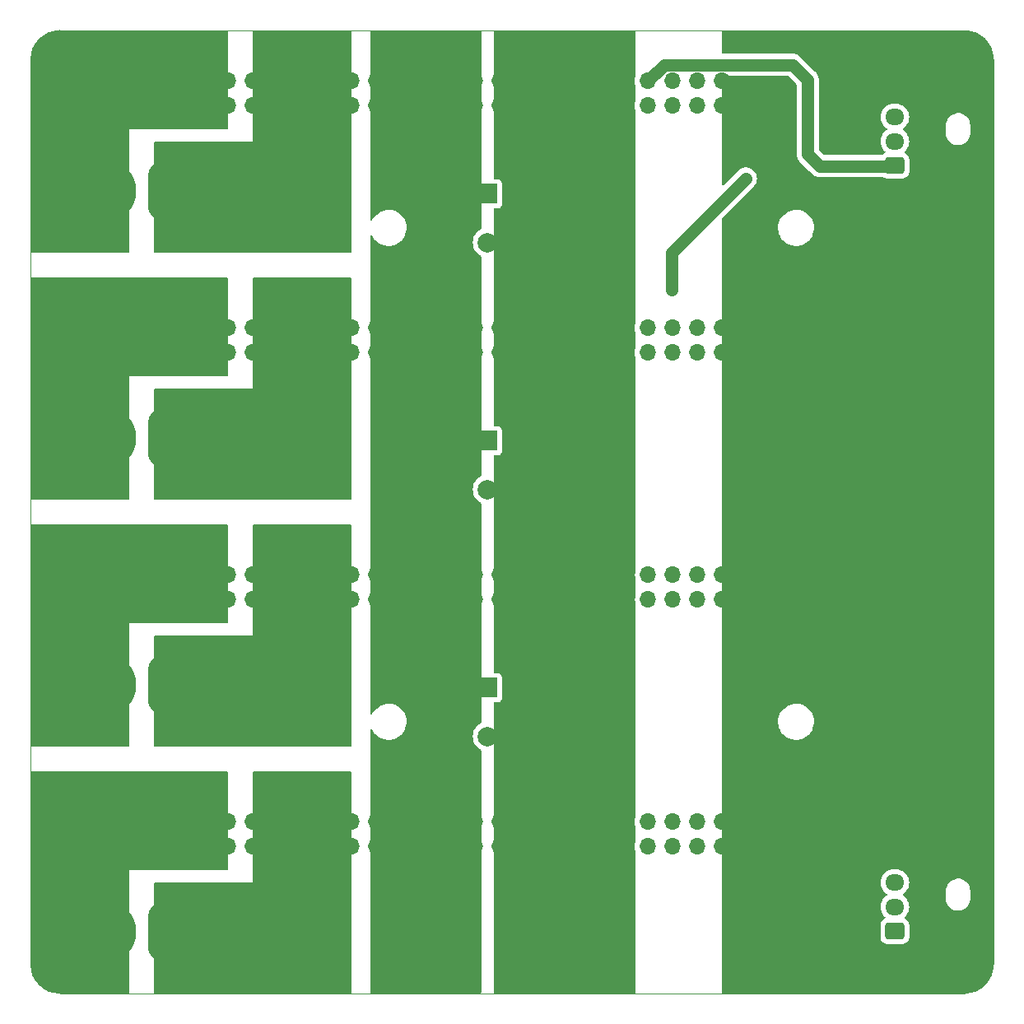
<source format=gbr>
%TF.GenerationSoftware,KiCad,Pcbnew,7.0.5*%
%TF.CreationDate,2024-03-07T10:32:17+09:00*%
%TF.ProjectId,blackMD_mother,626c6163-6b4d-4445-9f6d-6f746865722e,rev?*%
%TF.SameCoordinates,Original*%
%TF.FileFunction,Copper,L2,Bot*%
%TF.FilePolarity,Positive*%
%FSLAX46Y46*%
G04 Gerber Fmt 4.6, Leading zero omitted, Abs format (unit mm)*
G04 Created by KiCad (PCBNEW 7.0.5) date 2024-03-07 10:32:17*
%MOMM*%
%LPD*%
G01*
G04 APERTURE LIST*
G04 Aperture macros list*
%AMRoundRect*
0 Rectangle with rounded corners*
0 $1 Rounding radius*
0 $2 $3 $4 $5 $6 $7 $8 $9 X,Y pos of 4 corners*
0 Add a 4 corners polygon primitive as box body*
4,1,4,$2,$3,$4,$5,$6,$7,$8,$9,$2,$3,0*
0 Add four circle primitives for the rounded corners*
1,1,$1+$1,$2,$3*
1,1,$1+$1,$4,$5*
1,1,$1+$1,$6,$7*
1,1,$1+$1,$8,$9*
0 Add four rect primitives between the rounded corners*
20,1,$1+$1,$2,$3,$4,$5,0*
20,1,$1+$1,$4,$5,$6,$7,0*
20,1,$1+$1,$6,$7,$8,$9,0*
20,1,$1+$1,$8,$9,$2,$3,0*%
G04 Aperture macros list end*
%TA.AperFunction,ComponentPad*%
%ADD10RoundRect,0.250000X0.725000X-0.600000X0.725000X0.600000X-0.725000X0.600000X-0.725000X-0.600000X0*%
%TD*%
%TA.AperFunction,ComponentPad*%
%ADD11O,1.950000X1.700000*%
%TD*%
%TA.AperFunction,ComponentPad*%
%ADD12RoundRect,1.500000X1.500000X1.500000X-1.500000X1.500000X-1.500000X-1.500000X1.500000X-1.500000X0*%
%TD*%
%TA.AperFunction,ComponentPad*%
%ADD13C,6.000000*%
%TD*%
%TA.AperFunction,ComponentPad*%
%ADD14O,1.700000X1.700000*%
%TD*%
%TA.AperFunction,ComponentPad*%
%ADD15R,1.700000X1.700000*%
%TD*%
%TA.AperFunction,ComponentPad*%
%ADD16R,2.000000X2.000000*%
%TD*%
%TA.AperFunction,ComponentPad*%
%ADD17C,2.000000*%
%TD*%
%TA.AperFunction,ViaPad*%
%ADD18C,0.800000*%
%TD*%
%TA.AperFunction,Conductor*%
%ADD19C,1.270000*%
%TD*%
%TA.AperFunction,Profile*%
%ADD20C,0.100000*%
%TD*%
G04 APERTURE END LIST*
D10*
%TO.P,I2C2,1,Pin_1*%
%TO.N,+5V*%
X181691323Y-68520000D03*
D11*
%TO.P,I2C2,2,Pin_2*%
%TO.N,SCL*%
X181691323Y-66020000D03*
%TO.P,I2C2,3,Pin_3*%
%TO.N,SDA*%
X181691323Y-63520000D03*
%TO.P,I2C2,4,Pin_4*%
%TO.N,GND*%
X181691323Y-61020000D03*
%TD*%
D12*
%TO.P,MotorOUT3,1,Pin_1*%
%TO.N,Motor_3B*%
X107821323Y-121920000D03*
D13*
%TO.P,MotorOUT3,2,Pin_2*%
%TO.N,Motor_3A*%
X100621323Y-121920000D03*
%TD*%
D14*
%TO.P,MD3,50,Pin_50*%
%TO.N,GND*%
X163941323Y-113164677D03*
%TO.P,MD3,49,Pin_49*%
X163941323Y-110624677D03*
%TO.P,MD3,48,Pin_48*%
%TO.N,SDA*%
X161401323Y-113164677D03*
%TO.P,MD3,47,Pin_47*%
X161401323Y-110624677D03*
%TO.P,MD3,46,Pin_46*%
%TO.N,SCL*%
X158861323Y-113164677D03*
%TO.P,MD3,45,Pin_45*%
X158861323Y-110624677D03*
%TO.P,MD3,44,Pin_44*%
%TO.N,+5V*%
X156321323Y-113164677D03*
%TO.P,MD3,43,Pin_43*%
X156321323Y-110624677D03*
%TO.P,MD3,42,Pin_42*%
%TO.N,GNDPWR*%
X153781323Y-113164677D03*
%TO.P,MD3,41,Pin_41*%
X153781323Y-110624677D03*
%TO.P,MD3,40,Pin_40*%
X151241323Y-113164677D03*
%TO.P,MD3,39,Pin_39*%
X151241323Y-110624677D03*
%TO.P,MD3,38,Pin_38*%
X148701323Y-113164677D03*
%TO.P,MD3,37,Pin_37*%
X148701323Y-110624677D03*
%TO.P,MD3,36,Pin_36*%
X146161323Y-113164677D03*
%TO.P,MD3,35,Pin_35*%
X146161323Y-110624677D03*
%TO.P,MD3,34,Pin_34*%
X143621323Y-113164677D03*
%TO.P,MD3,33,Pin_33*%
X143621323Y-110624677D03*
%TO.P,MD3,32,Pin_32*%
X141081323Y-113164677D03*
%TO.P,MD3,31,Pin_31*%
X141081323Y-110624677D03*
%TO.P,MD3,30,Pin_30*%
%TO.N,+12V*%
X138541323Y-113164677D03*
%TO.P,MD3,29,Pin_29*%
X138541323Y-110624677D03*
%TO.P,MD3,28,Pin_28*%
X136001323Y-113164677D03*
%TO.P,MD3,27,Pin_27*%
X136001323Y-110624677D03*
%TO.P,MD3,26,Pin_26*%
X133461323Y-113164677D03*
%TO.P,MD3,25,Pin_25*%
X133461323Y-110624677D03*
%TO.P,MD3,24,Pin_24*%
X130921323Y-113164677D03*
%TO.P,MD3,23,Pin_23*%
X130921323Y-110624677D03*
%TO.P,MD3,22,Pin_22*%
X128381323Y-113164677D03*
%TO.P,MD3,21,Pin_21*%
X128381323Y-110624677D03*
%TO.P,MD3,20,Pin_20*%
%TO.N,Motor_3B*%
X125841323Y-113164677D03*
%TO.P,MD3,19,Pin_19*%
X125841323Y-110624677D03*
%TO.P,MD3,18,Pin_18*%
X123301323Y-113164677D03*
%TO.P,MD3,17,Pin_17*%
X123301323Y-110624677D03*
%TO.P,MD3,16,Pin_16*%
X120761323Y-113164677D03*
%TO.P,MD3,15,Pin_15*%
X120761323Y-110624677D03*
%TO.P,MD3,14,Pin_14*%
X118221323Y-113164677D03*
%TO.P,MD3,13,Pin_13*%
X118221323Y-110624677D03*
%TO.P,MD3,12,Pin_12*%
X115681323Y-113164677D03*
%TO.P,MD3,11,Pin_11*%
X115681323Y-110624677D03*
%TO.P,MD3,10,Pin_10*%
%TO.N,Motor_3A*%
X113141323Y-113164677D03*
%TO.P,MD3,9,Pin_9*%
X113141323Y-110624677D03*
%TO.P,MD3,8,Pin_8*%
X110601323Y-113164677D03*
%TO.P,MD3,7,Pin_7*%
X110601323Y-110624677D03*
%TO.P,MD3,6,Pin_6*%
X108061323Y-113164677D03*
%TO.P,MD3,5,Pin_5*%
X108061323Y-110624677D03*
%TO.P,MD3,4,Pin_4*%
X105521323Y-113164677D03*
%TO.P,MD3,3,Pin_3*%
X105521323Y-110624677D03*
%TO.P,MD3,2,Pin_2*%
X102981323Y-113164677D03*
D15*
%TO.P,MD3,1,Pin_1*%
X102981323Y-110624677D03*
%TD*%
D13*
%TO.P,MotorOUT1,2,Pin_2*%
%TO.N,Motor_1A*%
X100621323Y-71120000D03*
D12*
%TO.P,MotorOUT1,1,Pin_1*%
%TO.N,Motor_1B*%
X107821323Y-71120000D03*
%TD*%
D13*
%TO.P,J11,2,Pin_2*%
%TO.N,+12V*%
X136181323Y-148724677D03*
D12*
%TO.P,J11,1,Pin_1*%
%TO.N,GNDPWR*%
X143381323Y-148724677D03*
%TD*%
D13*
%TO.P,MotorOUT2,2,Pin_2*%
%TO.N,Motor_2A*%
X100621323Y-96520000D03*
D12*
%TO.P,MotorOUT2,1,Pin_1*%
%TO.N,Motor_2B*%
X107821323Y-96520000D03*
%TD*%
D11*
%TO.P,I2C1,4,Pin_4*%
%TO.N,GND*%
X181691323Y-139760000D03*
%TO.P,I2C1,3,Pin_3*%
%TO.N,SDA*%
X181691323Y-142260000D03*
%TO.P,I2C1,2,Pin_2*%
%TO.N,SCL*%
X181691323Y-144760000D03*
D10*
%TO.P,I2C1,1,Pin_1*%
%TO.N,+5V*%
X181691323Y-147260000D03*
%TD*%
D14*
%TO.P,MD1,50,Pin_50*%
%TO.N,GND*%
X163911323Y-62364677D03*
%TO.P,MD1,49,Pin_49*%
X163911323Y-59824677D03*
%TO.P,MD1,48,Pin_48*%
%TO.N,SDA*%
X161371323Y-62364677D03*
%TO.P,MD1,47,Pin_47*%
X161371323Y-59824677D03*
%TO.P,MD1,46,Pin_46*%
%TO.N,SCL*%
X158831323Y-62364677D03*
%TO.P,MD1,45,Pin_45*%
X158831323Y-59824677D03*
%TO.P,MD1,44,Pin_44*%
%TO.N,+5V*%
X156291323Y-62364677D03*
%TO.P,MD1,43,Pin_43*%
X156291323Y-59824677D03*
%TO.P,MD1,42,Pin_42*%
%TO.N,GNDPWR*%
X153751323Y-62364677D03*
%TO.P,MD1,41,Pin_41*%
X153751323Y-59824677D03*
%TO.P,MD1,40,Pin_40*%
X151211323Y-62364677D03*
%TO.P,MD1,39,Pin_39*%
X151211323Y-59824677D03*
%TO.P,MD1,38,Pin_38*%
X148671323Y-62364677D03*
%TO.P,MD1,37,Pin_37*%
X148671323Y-59824677D03*
%TO.P,MD1,36,Pin_36*%
X146131323Y-62364677D03*
%TO.P,MD1,35,Pin_35*%
X146131323Y-59824677D03*
%TO.P,MD1,34,Pin_34*%
X143591323Y-62364677D03*
%TO.P,MD1,33,Pin_33*%
X143591323Y-59824677D03*
%TO.P,MD1,32,Pin_32*%
X141051323Y-62364677D03*
%TO.P,MD1,31,Pin_31*%
X141051323Y-59824677D03*
%TO.P,MD1,30,Pin_30*%
%TO.N,+12V*%
X138511323Y-62364677D03*
%TO.P,MD1,29,Pin_29*%
X138511323Y-59824677D03*
%TO.P,MD1,28,Pin_28*%
X135971323Y-62364677D03*
%TO.P,MD1,27,Pin_27*%
X135971323Y-59824677D03*
%TO.P,MD1,26,Pin_26*%
X133431323Y-62364677D03*
%TO.P,MD1,25,Pin_25*%
X133431323Y-59824677D03*
%TO.P,MD1,24,Pin_24*%
X130891323Y-62364677D03*
%TO.P,MD1,23,Pin_23*%
X130891323Y-59824677D03*
%TO.P,MD1,22,Pin_22*%
X128351323Y-62364677D03*
%TO.P,MD1,21,Pin_21*%
X128351323Y-59824677D03*
%TO.P,MD1,20,Pin_20*%
%TO.N,Motor_1B*%
X125811323Y-62364677D03*
%TO.P,MD1,19,Pin_19*%
X125811323Y-59824677D03*
%TO.P,MD1,18,Pin_18*%
X123271323Y-62364677D03*
%TO.P,MD1,17,Pin_17*%
X123271323Y-59824677D03*
%TO.P,MD1,16,Pin_16*%
X120731323Y-62364677D03*
%TO.P,MD1,15,Pin_15*%
X120731323Y-59824677D03*
%TO.P,MD1,14,Pin_14*%
X118191323Y-62364677D03*
%TO.P,MD1,13,Pin_13*%
X118191323Y-59824677D03*
%TO.P,MD1,12,Pin_12*%
X115651323Y-62364677D03*
%TO.P,MD1,11,Pin_11*%
X115651323Y-59824677D03*
%TO.P,MD1,10,Pin_10*%
%TO.N,Motor_1A*%
X113111323Y-62364677D03*
%TO.P,MD1,9,Pin_9*%
X113111323Y-59824677D03*
%TO.P,MD1,8,Pin_8*%
X110571323Y-62364677D03*
%TO.P,MD1,7,Pin_7*%
X110571323Y-59824677D03*
%TO.P,MD1,6,Pin_6*%
X108031323Y-62364677D03*
%TO.P,MD1,5,Pin_5*%
X108031323Y-59824677D03*
%TO.P,MD1,4,Pin_4*%
X105491323Y-62364677D03*
%TO.P,MD1,3,Pin_3*%
X105491323Y-59824677D03*
%TO.P,MD1,2,Pin_2*%
X102951323Y-62364677D03*
D15*
%TO.P,MD1,1,Pin_1*%
X102951323Y-59824677D03*
%TD*%
D16*
%TO.P,C2,1*%
%TO.N,+12V*%
X139781323Y-96827000D03*
D17*
%TO.P,C2,2*%
%TO.N,GNDPWR*%
X139781323Y-101827000D03*
%TD*%
D16*
%TO.P,C3,1*%
%TO.N,+12V*%
X139781323Y-71427000D03*
D17*
%TO.P,C3,2*%
%TO.N,GNDPWR*%
X139781323Y-76427000D03*
%TD*%
D14*
%TO.P,MD2,50,Pin_50*%
%TO.N,GND*%
X163911323Y-87764677D03*
%TO.P,MD2,49,Pin_49*%
X163911323Y-85224677D03*
%TO.P,MD2,48,Pin_48*%
%TO.N,SDA*%
X161371323Y-87764677D03*
%TO.P,MD2,47,Pin_47*%
X161371323Y-85224677D03*
%TO.P,MD2,46,Pin_46*%
%TO.N,SCL*%
X158831323Y-87764677D03*
%TO.P,MD2,45,Pin_45*%
X158831323Y-85224677D03*
%TO.P,MD2,44,Pin_44*%
%TO.N,+5V*%
X156291323Y-87764677D03*
%TO.P,MD2,43,Pin_43*%
X156291323Y-85224677D03*
%TO.P,MD2,42,Pin_42*%
%TO.N,GNDPWR*%
X153751323Y-87764677D03*
%TO.P,MD2,41,Pin_41*%
X153751323Y-85224677D03*
%TO.P,MD2,40,Pin_40*%
X151211323Y-87764677D03*
%TO.P,MD2,39,Pin_39*%
X151211323Y-85224677D03*
%TO.P,MD2,38,Pin_38*%
X148671323Y-87764677D03*
%TO.P,MD2,37,Pin_37*%
X148671323Y-85224677D03*
%TO.P,MD2,36,Pin_36*%
X146131323Y-87764677D03*
%TO.P,MD2,35,Pin_35*%
X146131323Y-85224677D03*
%TO.P,MD2,34,Pin_34*%
X143591323Y-87764677D03*
%TO.P,MD2,33,Pin_33*%
X143591323Y-85224677D03*
%TO.P,MD2,32,Pin_32*%
X141051323Y-87764677D03*
%TO.P,MD2,31,Pin_31*%
X141051323Y-85224677D03*
%TO.P,MD2,30,Pin_30*%
%TO.N,+12V*%
X138511323Y-87764677D03*
%TO.P,MD2,29,Pin_29*%
X138511323Y-85224677D03*
%TO.P,MD2,28,Pin_28*%
X135971323Y-87764677D03*
%TO.P,MD2,27,Pin_27*%
X135971323Y-85224677D03*
%TO.P,MD2,26,Pin_26*%
X133431323Y-87764677D03*
%TO.P,MD2,25,Pin_25*%
X133431323Y-85224677D03*
%TO.P,MD2,24,Pin_24*%
X130891323Y-87764677D03*
%TO.P,MD2,23,Pin_23*%
X130891323Y-85224677D03*
%TO.P,MD2,22,Pin_22*%
X128351323Y-87764677D03*
%TO.P,MD2,21,Pin_21*%
X128351323Y-85224677D03*
%TO.P,MD2,20,Pin_20*%
%TO.N,Motor_2B*%
X125811323Y-87764677D03*
%TO.P,MD2,19,Pin_19*%
X125811323Y-85224677D03*
%TO.P,MD2,18,Pin_18*%
X123271323Y-87764677D03*
%TO.P,MD2,17,Pin_17*%
X123271323Y-85224677D03*
%TO.P,MD2,16,Pin_16*%
X120731323Y-87764677D03*
%TO.P,MD2,15,Pin_15*%
X120731323Y-85224677D03*
%TO.P,MD2,14,Pin_14*%
X118191323Y-87764677D03*
%TO.P,MD2,13,Pin_13*%
X118191323Y-85224677D03*
%TO.P,MD2,12,Pin_12*%
X115651323Y-87764677D03*
%TO.P,MD2,11,Pin_11*%
X115651323Y-85224677D03*
%TO.P,MD2,10,Pin_10*%
%TO.N,Motor_2A*%
X113111323Y-87764677D03*
%TO.P,MD2,9,Pin_9*%
X113111323Y-85224677D03*
%TO.P,MD2,8,Pin_8*%
X110571323Y-87764677D03*
%TO.P,MD2,7,Pin_7*%
X110571323Y-85224677D03*
%TO.P,MD2,6,Pin_6*%
X108031323Y-87764677D03*
%TO.P,MD2,5,Pin_5*%
X108031323Y-85224677D03*
%TO.P,MD2,4,Pin_4*%
X105491323Y-87764677D03*
%TO.P,MD2,3,Pin_3*%
X105491323Y-85224677D03*
%TO.P,MD2,2,Pin_2*%
X102951323Y-87764677D03*
D15*
%TO.P,MD2,1,Pin_1*%
X102951323Y-85224677D03*
%TD*%
D16*
%TO.P,C1,1*%
%TO.N,+12V*%
X139781323Y-122227000D03*
D17*
%TO.P,C1,2*%
%TO.N,GNDPWR*%
X139781323Y-127227000D03*
%TD*%
D12*
%TO.P,MotorOUT4,1,Pin_1*%
%TO.N,Motor_4B*%
X107821323Y-147320000D03*
D13*
%TO.P,MotorOUT4,2,Pin_2*%
%TO.N,Motor_4A*%
X100621323Y-147320000D03*
%TD*%
D14*
%TO.P,MD4,50,Pin_50*%
%TO.N,GND*%
X163911323Y-138564677D03*
%TO.P,MD4,49,Pin_49*%
X163911323Y-136024677D03*
%TO.P,MD4,48,Pin_48*%
%TO.N,SDA*%
X161371323Y-138564677D03*
%TO.P,MD4,47,Pin_47*%
X161371323Y-136024677D03*
%TO.P,MD4,46,Pin_46*%
%TO.N,SCL*%
X158831323Y-138564677D03*
%TO.P,MD4,45,Pin_45*%
X158831323Y-136024677D03*
%TO.P,MD4,44,Pin_44*%
%TO.N,+5V*%
X156291323Y-138564677D03*
%TO.P,MD4,43,Pin_43*%
X156291323Y-136024677D03*
%TO.P,MD4,42,Pin_42*%
%TO.N,GNDPWR*%
X153751323Y-138564677D03*
%TO.P,MD4,41,Pin_41*%
X153751323Y-136024677D03*
%TO.P,MD4,40,Pin_40*%
X151211323Y-138564677D03*
%TO.P,MD4,39,Pin_39*%
X151211323Y-136024677D03*
%TO.P,MD4,38,Pin_38*%
X148671323Y-138564677D03*
%TO.P,MD4,37,Pin_37*%
X148671323Y-136024677D03*
%TO.P,MD4,36,Pin_36*%
X146131323Y-138564677D03*
%TO.P,MD4,35,Pin_35*%
X146131323Y-136024677D03*
%TO.P,MD4,34,Pin_34*%
X143591323Y-138564677D03*
%TO.P,MD4,33,Pin_33*%
X143591323Y-136024677D03*
%TO.P,MD4,32,Pin_32*%
X141051323Y-138564677D03*
%TO.P,MD4,31,Pin_31*%
X141051323Y-136024677D03*
%TO.P,MD4,30,Pin_30*%
%TO.N,+12V*%
X138511323Y-138564677D03*
%TO.P,MD4,29,Pin_29*%
X138511323Y-136024677D03*
%TO.P,MD4,28,Pin_28*%
X135971323Y-138564677D03*
%TO.P,MD4,27,Pin_27*%
X135971323Y-136024677D03*
%TO.P,MD4,26,Pin_26*%
X133431323Y-138564677D03*
%TO.P,MD4,25,Pin_25*%
X133431323Y-136024677D03*
%TO.P,MD4,24,Pin_24*%
X130891323Y-138564677D03*
%TO.P,MD4,23,Pin_23*%
X130891323Y-136024677D03*
%TO.P,MD4,22,Pin_22*%
X128351323Y-138564677D03*
%TO.P,MD4,21,Pin_21*%
X128351323Y-136024677D03*
%TO.P,MD4,20,Pin_20*%
%TO.N,Motor_4B*%
X125811323Y-138564677D03*
%TO.P,MD4,19,Pin_19*%
X125811323Y-136024677D03*
%TO.P,MD4,18,Pin_18*%
X123271323Y-138564677D03*
%TO.P,MD4,17,Pin_17*%
X123271323Y-136024677D03*
%TO.P,MD4,16,Pin_16*%
X120731323Y-138564677D03*
%TO.P,MD4,15,Pin_15*%
X120731323Y-136024677D03*
%TO.P,MD4,14,Pin_14*%
X118191323Y-138564677D03*
%TO.P,MD4,13,Pin_13*%
X118191323Y-136024677D03*
%TO.P,MD4,12,Pin_12*%
X115651323Y-138564677D03*
%TO.P,MD4,11,Pin_11*%
X115651323Y-136024677D03*
%TO.P,MD4,10,Pin_10*%
%TO.N,Motor_4A*%
X113111323Y-138564677D03*
%TO.P,MD4,9,Pin_9*%
X113111323Y-136024677D03*
%TO.P,MD4,8,Pin_8*%
X110571323Y-138564677D03*
%TO.P,MD4,7,Pin_7*%
X110571323Y-136024677D03*
%TO.P,MD4,6,Pin_6*%
X108031323Y-138564677D03*
%TO.P,MD4,5,Pin_5*%
X108031323Y-136024677D03*
%TO.P,MD4,4,Pin_4*%
X105491323Y-138564677D03*
%TO.P,MD4,3,Pin_3*%
X105491323Y-136024677D03*
%TO.P,MD4,2,Pin_2*%
X102951323Y-138564677D03*
D15*
%TO.P,MD4,1,Pin_1*%
X102951323Y-136024677D03*
%TD*%
D18*
%TO.N,SCL*%
X163911323Y-72390000D03*
X158750000Y-78740000D03*
X158750000Y-81280000D03*
X158750000Y-80010000D03*
X166370000Y-69850000D03*
X165181323Y-71120000D03*
%TD*%
D19*
%TO.N,SCL*%
X158750000Y-77470000D02*
X166370000Y-69850000D01*
%TO.N,+5V*%
X171169677Y-58139677D02*
X172720000Y-59690000D01*
X157976323Y-58139677D02*
X171169677Y-58139677D01*
X173990000Y-68580000D02*
X181631323Y-68580000D01*
X181631323Y-68580000D02*
X181691323Y-68520000D01*
X172720000Y-67310000D02*
X173990000Y-68580000D01*
X156291323Y-59824677D02*
X157976323Y-58139677D01*
X172720000Y-59690000D02*
X172720000Y-67310000D01*
%TO.N,SCL*%
X158750000Y-78740000D02*
X158750000Y-80010000D01*
X158750000Y-80010000D02*
X158750000Y-81280000D01*
X158750000Y-77470000D02*
X158750000Y-78740000D01*
%TD*%
%TA.AperFunction,Conductor*%
%TO.N,Motor_1A*%
G36*
X113054362Y-54630185D02*
G01*
X113100117Y-54682989D01*
X113111323Y-54734500D01*
X113111323Y-64646000D01*
X113091638Y-64713039D01*
X113038834Y-64758794D01*
X112987323Y-64770000D01*
X102951323Y-64770000D01*
X102951323Y-77346000D01*
X102931638Y-77413039D01*
X102878834Y-77458794D01*
X102827323Y-77470000D01*
X92915823Y-77470000D01*
X92848784Y-77450315D01*
X92803029Y-77397511D01*
X92791823Y-77346000D01*
X92791823Y-57611622D01*
X92791908Y-57608377D01*
X92798819Y-57476505D01*
X92809126Y-57292985D01*
X92809790Y-57286773D01*
X92833930Y-57134357D01*
X92861545Y-56971826D01*
X92862778Y-56966183D01*
X92903754Y-56813260D01*
X92948410Y-56658257D01*
X92950086Y-56653259D01*
X93007204Y-56504462D01*
X93007719Y-56503171D01*
X93068689Y-56355979D01*
X93070706Y-56351603D01*
X93143385Y-56208963D01*
X93144343Y-56207162D01*
X93220962Y-56068531D01*
X93223208Y-56064787D01*
X93310659Y-55930124D01*
X93311998Y-55928153D01*
X93403506Y-55799185D01*
X93405801Y-55796161D01*
X93506993Y-55671199D01*
X93508846Y-55669021D01*
X93614090Y-55551255D01*
X93616390Y-55548821D01*
X93730140Y-55435072D01*
X93732574Y-55432771D01*
X93850300Y-55327566D01*
X93852541Y-55325658D01*
X93977470Y-55224494D01*
X93980538Y-55222167D01*
X94109514Y-55130655D01*
X94111436Y-55129351D01*
X94246089Y-55041907D01*
X94249837Y-55039658D01*
X94388525Y-54963009D01*
X94390328Y-54962052D01*
X94532911Y-54889403D01*
X94537305Y-54887377D01*
X94684558Y-54826384D01*
X94685769Y-54825901D01*
X94834576Y-54768780D01*
X94839558Y-54767110D01*
X94994623Y-54722437D01*
X95147508Y-54681473D01*
X95153132Y-54680243D01*
X95315648Y-54652631D01*
X95468098Y-54628487D01*
X95474305Y-54627822D01*
X95654282Y-54617703D01*
X95790144Y-54610584D01*
X95793379Y-54610500D01*
X112987323Y-54610500D01*
X113054362Y-54630185D01*
G37*
%TD.AperFunction*%
%TD*%
%TA.AperFunction,Conductor*%
%TO.N,Motor_2A*%
G36*
X113054362Y-80029685D02*
G01*
X113100117Y-80082489D01*
X113111323Y-80134000D01*
X113111323Y-90046000D01*
X113091638Y-90113039D01*
X113038834Y-90158794D01*
X112987323Y-90170000D01*
X102951323Y-90170000D01*
X102951323Y-102746000D01*
X102931638Y-102813039D01*
X102878834Y-102858794D01*
X102827323Y-102870000D01*
X92915823Y-102870000D01*
X92848784Y-102850315D01*
X92803029Y-102797511D01*
X92791823Y-102746000D01*
X92791823Y-80134000D01*
X92811508Y-80066961D01*
X92864312Y-80021206D01*
X92915823Y-80010000D01*
X112987323Y-80010000D01*
X113054362Y-80029685D01*
G37*
%TD.AperFunction*%
%TD*%
%TA.AperFunction,Conductor*%
%TO.N,Motor_1B*%
G36*
X125754362Y-54630185D02*
G01*
X125800117Y-54682989D01*
X125811323Y-54734500D01*
X125811323Y-77346000D01*
X125791638Y-77413039D01*
X125738834Y-77458794D01*
X125687323Y-77470000D01*
X105615323Y-77470000D01*
X105548284Y-77450315D01*
X105502529Y-77397511D01*
X105491323Y-77346000D01*
X105491323Y-66164000D01*
X105511008Y-66096961D01*
X105563812Y-66051206D01*
X105615323Y-66040000D01*
X115651323Y-66040000D01*
X115651323Y-54734500D01*
X115671008Y-54667461D01*
X115723812Y-54621706D01*
X115775323Y-54610500D01*
X125687323Y-54610500D01*
X125754362Y-54630185D01*
G37*
%TD.AperFunction*%
%TD*%
%TA.AperFunction,Conductor*%
%TO.N,Motor_4B*%
G36*
X125754362Y-130829685D02*
G01*
X125800117Y-130882489D01*
X125811323Y-130934000D01*
X125811323Y-153545500D01*
X125791638Y-153612539D01*
X125738834Y-153658294D01*
X125687323Y-153669500D01*
X105615323Y-153669500D01*
X105548284Y-153649815D01*
X105502529Y-153597011D01*
X105491323Y-153545500D01*
X105491323Y-142364000D01*
X105511008Y-142296961D01*
X105563812Y-142251206D01*
X105615323Y-142240000D01*
X115651322Y-142240000D01*
X115651323Y-142240000D01*
X115651323Y-130933999D01*
X115671008Y-130866961D01*
X115723812Y-130821206D01*
X115775323Y-130810000D01*
X125687323Y-130810000D01*
X125754362Y-130829685D01*
G37*
%TD.AperFunction*%
%TD*%
%TA.AperFunction,Conductor*%
%TO.N,Motor_3B*%
G36*
X125754362Y-105429685D02*
G01*
X125800117Y-105482489D01*
X125811323Y-105534000D01*
X125811323Y-128146000D01*
X125791638Y-128213039D01*
X125738834Y-128258794D01*
X125687323Y-128270000D01*
X105615323Y-128270000D01*
X105548284Y-128250315D01*
X105502529Y-128197511D01*
X105491323Y-128146000D01*
X105491323Y-116964000D01*
X105511008Y-116896961D01*
X105563812Y-116851206D01*
X105615323Y-116840000D01*
X115651322Y-116840000D01*
X115651323Y-116840000D01*
X115651323Y-105533999D01*
X115671008Y-105466961D01*
X115723812Y-105421206D01*
X115775323Y-105410000D01*
X125687323Y-105410000D01*
X125754362Y-105429685D01*
G37*
%TD.AperFunction*%
%TD*%
%TA.AperFunction,Conductor*%
%TO.N,Motor_3A*%
G36*
X113054362Y-105429685D02*
G01*
X113100117Y-105482489D01*
X113111323Y-105534000D01*
X113111323Y-115446000D01*
X113091638Y-115513039D01*
X113038834Y-115558794D01*
X112987323Y-115570000D01*
X102951323Y-115570000D01*
X102951323Y-128146000D01*
X102931638Y-128213039D01*
X102878834Y-128258794D01*
X102827323Y-128270000D01*
X92915823Y-128270000D01*
X92848784Y-128250315D01*
X92803029Y-128197511D01*
X92791823Y-128146000D01*
X92791823Y-105534000D01*
X92811508Y-105466961D01*
X92864312Y-105421206D01*
X92915823Y-105410000D01*
X112987323Y-105410000D01*
X113054362Y-105429685D01*
G37*
%TD.AperFunction*%
%TD*%
%TA.AperFunction,Conductor*%
%TO.N,GNDPWR*%
G36*
X154964362Y-54630185D02*
G01*
X155010117Y-54682989D01*
X155021323Y-54734500D01*
X155021323Y-59330121D01*
X155017098Y-59362214D01*
X154956261Y-59589263D01*
X154956259Y-59589273D01*
X154935664Y-59824676D01*
X154935664Y-59824677D01*
X154956259Y-60060080D01*
X154956260Y-60060085D01*
X155017098Y-60287140D01*
X155021323Y-60319229D01*
X155021323Y-61870121D01*
X155017098Y-61902214D01*
X154956261Y-62129263D01*
X154956259Y-62129273D01*
X154935664Y-62364676D01*
X154935664Y-62364677D01*
X154956259Y-62600080D01*
X154956260Y-62600085D01*
X155017098Y-62827140D01*
X155021323Y-62859229D01*
X155021323Y-84730121D01*
X155017098Y-84762214D01*
X154956261Y-84989263D01*
X154956259Y-84989273D01*
X154935664Y-85224676D01*
X154935664Y-85224677D01*
X154956259Y-85460080D01*
X154956260Y-85460085D01*
X155017098Y-85687140D01*
X155021323Y-85719229D01*
X155021323Y-87270121D01*
X155017098Y-87302214D01*
X154956261Y-87529263D01*
X154956259Y-87529273D01*
X154935664Y-87764676D01*
X154935664Y-87764677D01*
X154956259Y-88000080D01*
X154956260Y-88000085D01*
X155017098Y-88227140D01*
X155021323Y-88259229D01*
X155021323Y-110242085D01*
X155017098Y-110274178D01*
X154986261Y-110389263D01*
X154986259Y-110389273D01*
X154965664Y-110624676D01*
X154965664Y-110624677D01*
X154986259Y-110860080D01*
X154986261Y-110860089D01*
X155017098Y-110975174D01*
X155021323Y-111007267D01*
X155021323Y-112782085D01*
X155017098Y-112814178D01*
X154986261Y-112929263D01*
X154986259Y-112929273D01*
X154965664Y-113164676D01*
X154965664Y-113164677D01*
X154986259Y-113400080D01*
X154986261Y-113400089D01*
X155017098Y-113515174D01*
X155021323Y-113547267D01*
X155021323Y-135530121D01*
X155017098Y-135562214D01*
X154956261Y-135789263D01*
X154956259Y-135789273D01*
X154935664Y-136024676D01*
X154935664Y-136024677D01*
X154956259Y-136260080D01*
X154956260Y-136260085D01*
X155017098Y-136487140D01*
X155021323Y-136519229D01*
X155021323Y-138070121D01*
X155017098Y-138102214D01*
X154956261Y-138329263D01*
X154956259Y-138329273D01*
X154935664Y-138564676D01*
X154935664Y-138564677D01*
X154956259Y-138800080D01*
X154956260Y-138800085D01*
X155017098Y-139027140D01*
X155021323Y-139059229D01*
X155021323Y-153545500D01*
X155001638Y-153612539D01*
X154948834Y-153658294D01*
X154897323Y-153669500D01*
X140540323Y-153669500D01*
X140473284Y-153649815D01*
X140427529Y-153597011D01*
X140416323Y-153545500D01*
X140416323Y-123851499D01*
X140436008Y-123784460D01*
X140488812Y-123738705D01*
X140540322Y-123727499D01*
X140829195Y-123727499D01*
X140888806Y-123721091D01*
X141023654Y-123670796D01*
X141138869Y-123584546D01*
X141225119Y-123469331D01*
X141275414Y-123334483D01*
X141281823Y-123274873D01*
X141281822Y-121179128D01*
X141275414Y-121119517D01*
X141225119Y-120984669D01*
X141225118Y-120984668D01*
X141225116Y-120984664D01*
X141138870Y-120869455D01*
X141138867Y-120869452D01*
X141023658Y-120783206D01*
X141023651Y-120783202D01*
X140888805Y-120732908D01*
X140888806Y-120732908D01*
X140829206Y-120726501D01*
X140829204Y-120726500D01*
X140829196Y-120726500D01*
X140829188Y-120726500D01*
X140540323Y-120726500D01*
X140473284Y-120706815D01*
X140427529Y-120654011D01*
X140416323Y-120602500D01*
X140416323Y-98451499D01*
X140436008Y-98384460D01*
X140488812Y-98338705D01*
X140540322Y-98327499D01*
X140829195Y-98327499D01*
X140888806Y-98321091D01*
X141023654Y-98270796D01*
X141138869Y-98184546D01*
X141225119Y-98069331D01*
X141275414Y-97934483D01*
X141281823Y-97874873D01*
X141281822Y-95779128D01*
X141275414Y-95719517D01*
X141225119Y-95584669D01*
X141225118Y-95584668D01*
X141225116Y-95584664D01*
X141138870Y-95469455D01*
X141138867Y-95469452D01*
X141023658Y-95383206D01*
X141023651Y-95383202D01*
X140888805Y-95332908D01*
X140888806Y-95332908D01*
X140829206Y-95326501D01*
X140829204Y-95326500D01*
X140829196Y-95326500D01*
X140829188Y-95326500D01*
X140540323Y-95326500D01*
X140473284Y-95306815D01*
X140427529Y-95254011D01*
X140416323Y-95202500D01*
X140416323Y-73051499D01*
X140436008Y-72984460D01*
X140488812Y-72938705D01*
X140540322Y-72927499D01*
X140829195Y-72927499D01*
X140888806Y-72921091D01*
X141023654Y-72870796D01*
X141138869Y-72784546D01*
X141225119Y-72669331D01*
X141275414Y-72534483D01*
X141281823Y-72474873D01*
X141281822Y-70379128D01*
X141275414Y-70319517D01*
X141225119Y-70184669D01*
X141225118Y-70184668D01*
X141225116Y-70184664D01*
X141138870Y-70069455D01*
X141138867Y-70069452D01*
X141023658Y-69983206D01*
X141023651Y-69983202D01*
X140888805Y-69932908D01*
X140888806Y-69932908D01*
X140829206Y-69926501D01*
X140829204Y-69926500D01*
X140829196Y-69926500D01*
X140829188Y-69926500D01*
X140540323Y-69926500D01*
X140473284Y-69906815D01*
X140427529Y-69854011D01*
X140416323Y-69802500D01*
X140416323Y-54734500D01*
X140436008Y-54667461D01*
X140488812Y-54621706D01*
X140540323Y-54610500D01*
X154897323Y-54610500D01*
X154964362Y-54630185D01*
G37*
%TD.AperFunction*%
%TD*%
%TA.AperFunction,Conductor*%
%TO.N,Motor_2B*%
G36*
X125754362Y-80029685D02*
G01*
X125800117Y-80082489D01*
X125811323Y-80134000D01*
X125811323Y-102746000D01*
X125791638Y-102813039D01*
X125738834Y-102858794D01*
X125687323Y-102870000D01*
X105615323Y-102870000D01*
X105548284Y-102850315D01*
X105502529Y-102797511D01*
X105491323Y-102746000D01*
X105491323Y-91564000D01*
X105511008Y-91496961D01*
X105563812Y-91451206D01*
X105615323Y-91440000D01*
X115651322Y-91440000D01*
X115651323Y-91440000D01*
X115651323Y-80133999D01*
X115671008Y-80066961D01*
X115723812Y-80021206D01*
X115775323Y-80010000D01*
X125687323Y-80010000D01*
X125754362Y-80029685D01*
G37*
%TD.AperFunction*%
%TD*%
%TA.AperFunction,Conductor*%
%TO.N,+12V*%
G36*
X139089362Y-54630185D02*
G01*
X139135117Y-54682989D01*
X139146323Y-54734500D01*
X139146323Y-74990621D01*
X139126638Y-75057660D01*
X139081341Y-75099675D01*
X138957823Y-75166519D01*
X138957817Y-75166523D01*
X138761580Y-75319261D01*
X138593156Y-75502217D01*
X138457149Y-75710393D01*
X138357259Y-75938118D01*
X138296215Y-76179175D01*
X138296213Y-76179187D01*
X138275680Y-76426994D01*
X138275680Y-76427005D01*
X138296213Y-76674812D01*
X138296215Y-76674824D01*
X138357259Y-76915881D01*
X138457149Y-77143606D01*
X138593156Y-77351782D01*
X138593159Y-77351785D01*
X138761579Y-77534738D01*
X138884087Y-77630090D01*
X138957811Y-77687472D01*
X138957815Y-77687475D01*
X138998348Y-77709410D01*
X139081342Y-77754324D01*
X139130931Y-77803541D01*
X139146323Y-77863377D01*
X139146323Y-100390621D01*
X139126638Y-100457660D01*
X139081341Y-100499675D01*
X138957823Y-100566519D01*
X138957817Y-100566523D01*
X138761580Y-100719261D01*
X138593156Y-100902217D01*
X138457149Y-101110393D01*
X138357259Y-101338118D01*
X138296215Y-101579175D01*
X138296213Y-101579187D01*
X138275680Y-101826994D01*
X138275680Y-101827005D01*
X138296213Y-102074812D01*
X138296215Y-102074824D01*
X138357259Y-102315881D01*
X138457149Y-102543606D01*
X138593156Y-102751782D01*
X138593159Y-102751785D01*
X138761579Y-102934738D01*
X138884087Y-103030090D01*
X138957811Y-103087472D01*
X138957815Y-103087475D01*
X138998348Y-103109410D01*
X139081342Y-103154324D01*
X139130931Y-103203541D01*
X139146323Y-103263377D01*
X139146323Y-125790621D01*
X139126638Y-125857660D01*
X139081341Y-125899675D01*
X138957823Y-125966519D01*
X138957817Y-125966523D01*
X138761580Y-126119261D01*
X138593156Y-126302217D01*
X138457149Y-126510393D01*
X138357259Y-126738118D01*
X138296215Y-126979175D01*
X138296213Y-126979187D01*
X138275680Y-127226994D01*
X138275680Y-127227005D01*
X138296213Y-127474812D01*
X138296215Y-127474824D01*
X138357259Y-127715881D01*
X138457149Y-127943606D01*
X138593156Y-128151782D01*
X138593159Y-128151785D01*
X138761579Y-128334738D01*
X138884087Y-128430090D01*
X138957811Y-128487472D01*
X138957815Y-128487475D01*
X138998348Y-128509410D01*
X139081342Y-128554324D01*
X139130931Y-128603541D01*
X139146323Y-128663377D01*
X139146323Y-153545500D01*
X139126638Y-153612539D01*
X139073834Y-153658294D01*
X139022323Y-153669500D01*
X127840323Y-153669500D01*
X127773284Y-153649815D01*
X127727529Y-153597011D01*
X127716323Y-153545500D01*
X127716323Y-126587472D01*
X127736007Y-126520437D01*
X127788811Y-126474682D01*
X127857969Y-126464738D01*
X127921525Y-126493763D01*
X127954444Y-126538978D01*
X127971189Y-126578382D01*
X127971191Y-126578386D01*
X127971193Y-126578390D01*
X127976736Y-126587472D01*
X128112302Y-126809605D01*
X128112309Y-126809615D01*
X128285576Y-127017819D01*
X128285582Y-127017824D01*
X128487321Y-127198582D01*
X128713233Y-127348044D01*
X128958499Y-127463020D01*
X128958506Y-127463022D01*
X128958508Y-127463023D01*
X129217880Y-127541057D01*
X129217887Y-127541058D01*
X129217892Y-127541060D01*
X129485884Y-127580500D01*
X129485889Y-127580500D01*
X129688952Y-127580500D01*
X129688954Y-127580500D01*
X129688959Y-127580499D01*
X129688971Y-127580499D01*
X129726514Y-127577750D01*
X129891479Y-127565677D01*
X130004081Y-127540593D01*
X130155869Y-127506782D01*
X130155871Y-127506781D01*
X130155876Y-127506780D01*
X130408881Y-127410014D01*
X130645100Y-127277441D01*
X130859500Y-127111888D01*
X131047509Y-126916881D01*
X131205122Y-126696579D01*
X131319207Y-126474682D01*
X131328972Y-126455690D01*
X131328974Y-126455684D01*
X131328979Y-126455675D01*
X131416441Y-126199305D01*
X131465642Y-125932933D01*
X131475535Y-125662235D01*
X131445909Y-125392982D01*
X131377395Y-125130912D01*
X131271453Y-124881610D01*
X131130341Y-124650390D01*
X131041070Y-124543119D01*
X130957069Y-124442180D01*
X130957063Y-124442175D01*
X130755325Y-124261418D01*
X130529415Y-124111957D01*
X130529413Y-124111956D01*
X130284147Y-123996980D01*
X130284142Y-123996978D01*
X130284137Y-123996976D01*
X130024765Y-123918942D01*
X130024751Y-123918939D01*
X129909114Y-123901921D01*
X129756762Y-123879500D01*
X129553692Y-123879500D01*
X129553674Y-123879500D01*
X129351167Y-123894323D01*
X129351154Y-123894325D01*
X129086776Y-123953217D01*
X129086769Y-123953220D01*
X128833762Y-124049987D01*
X128597549Y-124182557D01*
X128383145Y-124348112D01*
X128195145Y-124543109D01*
X128195139Y-124543116D01*
X128037525Y-124763419D01*
X128037522Y-124763424D01*
X127950601Y-124932486D01*
X127902441Y-124983107D01*
X127834560Y-124999654D01*
X127768507Y-124976875D01*
X127725256Y-124922001D01*
X127716323Y-124875788D01*
X127716323Y-100390621D01*
X127716323Y-75787472D01*
X127736007Y-75720437D01*
X127788811Y-75674682D01*
X127857969Y-75664738D01*
X127921525Y-75693763D01*
X127954444Y-75738978D01*
X127971189Y-75778382D01*
X127971191Y-75778386D01*
X127971193Y-75778390D01*
X127976736Y-75787472D01*
X128112302Y-76009605D01*
X128112309Y-76009615D01*
X128285576Y-76217819D01*
X128285582Y-76217824D01*
X128487321Y-76398582D01*
X128713233Y-76548044D01*
X128958499Y-76663020D01*
X128958506Y-76663022D01*
X128958508Y-76663023D01*
X129217880Y-76741057D01*
X129217887Y-76741058D01*
X129217892Y-76741060D01*
X129485884Y-76780500D01*
X129485889Y-76780500D01*
X129688952Y-76780500D01*
X129688954Y-76780500D01*
X129688959Y-76780499D01*
X129688971Y-76780499D01*
X129726514Y-76777750D01*
X129891479Y-76765677D01*
X130004081Y-76740593D01*
X130155869Y-76706782D01*
X130155871Y-76706781D01*
X130155876Y-76706780D01*
X130408881Y-76610014D01*
X130645100Y-76477441D01*
X130859500Y-76311888D01*
X131047509Y-76116881D01*
X131205122Y-75896579D01*
X131319207Y-75674682D01*
X131328972Y-75655690D01*
X131328974Y-75655684D01*
X131328979Y-75655675D01*
X131416441Y-75399305D01*
X131465642Y-75132933D01*
X131475535Y-74862235D01*
X131445909Y-74592982D01*
X131377395Y-74330912D01*
X131271453Y-74081610D01*
X131130341Y-73850390D01*
X131041070Y-73743119D01*
X130957069Y-73642180D01*
X130957063Y-73642175D01*
X130755325Y-73461418D01*
X130529415Y-73311957D01*
X130529413Y-73311956D01*
X130284147Y-73196980D01*
X130284142Y-73196978D01*
X130284137Y-73196976D01*
X130024765Y-73118942D01*
X130024751Y-73118939D01*
X129909114Y-73101921D01*
X129756762Y-73079500D01*
X129553692Y-73079500D01*
X129553674Y-73079500D01*
X129351167Y-73094323D01*
X129351154Y-73094325D01*
X129086776Y-73153217D01*
X129086769Y-73153220D01*
X128833762Y-73249987D01*
X128597549Y-73382557D01*
X128383145Y-73548112D01*
X128195145Y-73743109D01*
X128195139Y-73743116D01*
X128037525Y-73963419D01*
X128037522Y-73963424D01*
X127950601Y-74132486D01*
X127902441Y-74183107D01*
X127834560Y-74199654D01*
X127768507Y-74176875D01*
X127725256Y-74122001D01*
X127716323Y-74075788D01*
X127716323Y-54734500D01*
X127736008Y-54667461D01*
X127788812Y-54621706D01*
X127840323Y-54610500D01*
X139022323Y-54610500D01*
X139089362Y-54630185D01*
G37*
%TD.AperFunction*%
%TD*%
%TA.AperFunction,Conductor*%
%TO.N,GND*%
G36*
X188852943Y-54610584D02*
G01*
X188984651Y-54617488D01*
X189168356Y-54627806D01*
X189174539Y-54628468D01*
X189326875Y-54652596D01*
X189340599Y-54654928D01*
X189489523Y-54680232D01*
X189495118Y-54681454D01*
X189648047Y-54722432D01*
X189803037Y-54767086D01*
X189808080Y-54768776D01*
X189956750Y-54825846D01*
X189958232Y-54826438D01*
X190105329Y-54887369D01*
X190109744Y-54889404D01*
X190252302Y-54962042D01*
X190254143Y-54963020D01*
X190392788Y-55039647D01*
X190396553Y-55041906D01*
X190531142Y-55129310D01*
X190533189Y-55130700D01*
X190648527Y-55212538D01*
X190662060Y-55222140D01*
X190665200Y-55224522D01*
X190790065Y-55325636D01*
X190792343Y-55327574D01*
X190910021Y-55432739D01*
X190912536Y-55435115D01*
X191026191Y-55548772D01*
X191028581Y-55551299D01*
X191133725Y-55668956D01*
X191135679Y-55671253D01*
X191236791Y-55796118D01*
X191239173Y-55799259D01*
X191330593Y-55928103D01*
X191332026Y-55930213D01*
X191419397Y-56064754D01*
X191421664Y-56068532D01*
X191498291Y-56207178D01*
X191499269Y-56209022D01*
X191571906Y-56351580D01*
X191573945Y-56356003D01*
X191634864Y-56503073D01*
X191635465Y-56504581D01*
X191692526Y-56653232D01*
X191694221Y-56658289D01*
X191738876Y-56813288D01*
X191779840Y-56966171D01*
X191781077Y-56971835D01*
X191808706Y-57134440D01*
X191832832Y-57286769D01*
X191833498Y-57292991D01*
X191843598Y-57472627D01*
X191843510Y-57472631D01*
X191843625Y-57473098D01*
X191850738Y-57608818D01*
X191850823Y-57612064D01*
X191850823Y-150668376D01*
X191850738Y-150671622D01*
X191843834Y-150803346D01*
X191833519Y-150987014D01*
X191832853Y-150993240D01*
X191808720Y-151145613D01*
X191781101Y-151308166D01*
X191779864Y-151313831D01*
X191738907Y-151466686D01*
X191694239Y-151621728D01*
X191692544Y-151626785D01*
X191635486Y-151775425D01*
X191634885Y-151776932D01*
X191573969Y-151923998D01*
X191571930Y-151928421D01*
X191499282Y-152071001D01*
X191498304Y-152072843D01*
X191421686Y-152211475D01*
X191419419Y-152215254D01*
X191332043Y-152349799D01*
X191330611Y-152351909D01*
X191239184Y-152480763D01*
X191236802Y-152483904D01*
X191135710Y-152608745D01*
X191133756Y-152611041D01*
X191028587Y-152728726D01*
X191026198Y-152731253D01*
X190912565Y-152844887D01*
X190910037Y-152847277D01*
X190792370Y-152952433D01*
X190790074Y-152954386D01*
X190665225Y-153055487D01*
X190662084Y-153057870D01*
X190533222Y-153149302D01*
X190531112Y-153150735D01*
X190396571Y-153238108D01*
X190392793Y-153240375D01*
X190254167Y-153316991D01*
X190252324Y-153317970D01*
X190109746Y-153390618D01*
X190105323Y-153392657D01*
X189958260Y-153453574D01*
X189956752Y-153454176D01*
X189808097Y-153511240D01*
X189803040Y-153512935D01*
X189648051Y-153557588D01*
X189495146Y-153598560D01*
X189489481Y-153599797D01*
X189326912Y-153627419D01*
X189174577Y-153651548D01*
X189168346Y-153652215D01*
X188981077Y-153662720D01*
X188853368Y-153669415D01*
X188850122Y-153669500D01*
X164035323Y-153669500D01*
X163968284Y-153649815D01*
X163922529Y-153597011D01*
X163911323Y-153545500D01*
X163911323Y-144760000D01*
X180210664Y-144760000D01*
X180231259Y-144995403D01*
X180231261Y-144995413D01*
X180292417Y-145223655D01*
X180292419Y-145223659D01*
X180292420Y-145223663D01*
X180342353Y-145330746D01*
X180392287Y-145437828D01*
X180392288Y-145437830D01*
X180527828Y-145631402D01*
X180675027Y-145778601D01*
X180708512Y-145839924D01*
X180703528Y-145909616D01*
X180661656Y-145965549D01*
X180652443Y-145971820D01*
X180497670Y-146067285D01*
X180497666Y-146067288D01*
X180373612Y-146191342D01*
X180281510Y-146340663D01*
X180281508Y-146340666D01*
X180281509Y-146340666D01*
X180226324Y-146507203D01*
X180226324Y-146507204D01*
X180226323Y-146507204D01*
X180215823Y-146609983D01*
X180215823Y-147910001D01*
X180215824Y-147910018D01*
X180226323Y-148012796D01*
X180226324Y-148012799D01*
X180281508Y-148179331D01*
X180281509Y-148179334D01*
X180373611Y-148328656D01*
X180497667Y-148452712D01*
X180646989Y-148544814D01*
X180813526Y-148599999D01*
X180916314Y-148610500D01*
X182466331Y-148610499D01*
X182569120Y-148599999D01*
X182735657Y-148544814D01*
X182884979Y-148452712D01*
X183009035Y-148328656D01*
X183101137Y-148179334D01*
X183156322Y-148012797D01*
X183166823Y-147910009D01*
X183166822Y-146609992D01*
X183156322Y-146507203D01*
X183101137Y-146340666D01*
X183009035Y-146191344D01*
X182884979Y-146067288D01*
X182803981Y-146017328D01*
X182730202Y-145971821D01*
X182683478Y-145919873D01*
X182672255Y-145850910D01*
X182700099Y-145786828D01*
X182707618Y-145778601D01*
X182707617Y-145778601D01*
X182854818Y-145631401D01*
X182990358Y-145437830D01*
X183090226Y-145223663D01*
X183151386Y-144995408D01*
X183171982Y-144760000D01*
X183151386Y-144524592D01*
X183090226Y-144296337D01*
X182990358Y-144082171D01*
X182990357Y-144082169D01*
X182909118Y-143966147D01*
X186940822Y-143966147D01*
X186940823Y-143966151D01*
X186955945Y-144134186D01*
X186955946Y-144134192D01*
X187015826Y-144351160D01*
X187015831Y-144351173D01*
X187113490Y-144553966D01*
X187113494Y-144553974D01*
X187245796Y-144736072D01*
X187245797Y-144736074D01*
X187245800Y-144736077D01*
X187245801Y-144736078D01*
X187330970Y-144817508D01*
X187408499Y-144891633D01*
X187596356Y-145015636D01*
X187803327Y-145104100D01*
X187803330Y-145104101D01*
X187803335Y-145104103D01*
X188022786Y-145154191D01*
X188247653Y-145164290D01*
X188470710Y-145134075D01*
X188684787Y-145064517D01*
X188883004Y-144957852D01*
X189058989Y-144817508D01*
X189207088Y-144647996D01*
X189322538Y-144454764D01*
X189401630Y-144244024D01*
X189441823Y-144022547D01*
X189441823Y-143053845D01*
X189426700Y-142885812D01*
X189396387Y-142775976D01*
X189366819Y-142668839D01*
X189366814Y-142668826D01*
X189269155Y-142466033D01*
X189269151Y-142466025D01*
X189136849Y-142283927D01*
X189136848Y-142283925D01*
X189111824Y-142260000D01*
X188974148Y-142128368D01*
X188974146Y-142128366D01*
X188786289Y-142004363D01*
X188579318Y-141915899D01*
X188579305Y-141915895D01*
X188359865Y-141865810D01*
X188359861Y-141865809D01*
X188359860Y-141865809D01*
X188359859Y-141865808D01*
X188359854Y-141865808D01*
X188134997Y-141855710D01*
X188134996Y-141855710D01*
X188134993Y-141855710D01*
X187911936Y-141885925D01*
X187911933Y-141885925D01*
X187911932Y-141885926D01*
X187697857Y-141955483D01*
X187499644Y-142062146D01*
X187499641Y-142062148D01*
X187323659Y-142202489D01*
X187175559Y-142372003D01*
X187060110Y-142565232D01*
X187060109Y-142565234D01*
X186981015Y-142775976D01*
X186940823Y-142997450D01*
X186940822Y-143966147D01*
X182909118Y-143966147D01*
X182854817Y-143888597D01*
X182687728Y-143721508D01*
X182530726Y-143611574D01*
X182487102Y-143556997D01*
X182479909Y-143487498D01*
X182511431Y-143425144D01*
X182530720Y-143408429D01*
X182687724Y-143298495D01*
X182854818Y-143131401D01*
X182990358Y-142937830D01*
X183090226Y-142723663D01*
X183151386Y-142495408D01*
X183171982Y-142260000D01*
X183151386Y-142024592D01*
X183090226Y-141796337D01*
X182990358Y-141582171D01*
X182990357Y-141582169D01*
X182854817Y-141388597D01*
X182687725Y-141221505D01*
X182494153Y-141085965D01*
X182494151Y-141085964D01*
X182387068Y-141036030D01*
X182279986Y-140986097D01*
X182279982Y-140986096D01*
X182279978Y-140986094D01*
X182051736Y-140924938D01*
X182051726Y-140924936D01*
X181875290Y-140909500D01*
X181875289Y-140909500D01*
X181507357Y-140909500D01*
X181507356Y-140909500D01*
X181330919Y-140924936D01*
X181330909Y-140924938D01*
X181102667Y-140986094D01*
X181102658Y-140986098D01*
X180888494Y-141085964D01*
X180888492Y-141085965D01*
X180694920Y-141221505D01*
X180527829Y-141388597D01*
X180527824Y-141388604D01*
X180392290Y-141582165D01*
X180392288Y-141582169D01*
X180292421Y-141796335D01*
X180292417Y-141796344D01*
X180231261Y-142024586D01*
X180231259Y-142024596D01*
X180210664Y-142259999D01*
X180210664Y-142260000D01*
X180231259Y-142495403D01*
X180231261Y-142495413D01*
X180292417Y-142723655D01*
X180292419Y-142723659D01*
X180292420Y-142723663D01*
X180316814Y-142775976D01*
X180392287Y-142937828D01*
X180392288Y-142937830D01*
X180527828Y-143131402D01*
X180694920Y-143298494D01*
X180851918Y-143408425D01*
X180895543Y-143463002D01*
X180902737Y-143532500D01*
X180871214Y-143594855D01*
X180851918Y-143611575D01*
X180694920Y-143721505D01*
X180527829Y-143888597D01*
X180527824Y-143888604D01*
X180392290Y-144082165D01*
X180392288Y-144082169D01*
X180292421Y-144296335D01*
X180292417Y-144296344D01*
X180231261Y-144524586D01*
X180231259Y-144524596D01*
X180210664Y-144759999D01*
X180210664Y-144760000D01*
X163911323Y-144760000D01*
X163911323Y-125797763D01*
X169677110Y-125797763D01*
X169706736Y-126067013D01*
X169706738Y-126067024D01*
X169775249Y-126329082D01*
X169775251Y-126329088D01*
X169881193Y-126578390D01*
X169953321Y-126696575D01*
X170022302Y-126809605D01*
X170022309Y-126809615D01*
X170195576Y-127017819D01*
X170195582Y-127017824D01*
X170397321Y-127198582D01*
X170623233Y-127348044D01*
X170868499Y-127463020D01*
X170868506Y-127463022D01*
X170868508Y-127463023D01*
X171127880Y-127541057D01*
X171127887Y-127541058D01*
X171127892Y-127541060D01*
X171395884Y-127580500D01*
X171395889Y-127580500D01*
X171598952Y-127580500D01*
X171598954Y-127580500D01*
X171598959Y-127580499D01*
X171598971Y-127580499D01*
X171636514Y-127577750D01*
X171801479Y-127565677D01*
X171914081Y-127540593D01*
X172065869Y-127506782D01*
X172065871Y-127506781D01*
X172065876Y-127506780D01*
X172318881Y-127410014D01*
X172555100Y-127277441D01*
X172769500Y-127111888D01*
X172957509Y-126916881D01*
X173115122Y-126696579D01*
X173189110Y-126552669D01*
X173238972Y-126455690D01*
X173238974Y-126455684D01*
X173238979Y-126455675D01*
X173326441Y-126199305D01*
X173375642Y-125932933D01*
X173385535Y-125662235D01*
X173355909Y-125392982D01*
X173287395Y-125130912D01*
X173181453Y-124881610D01*
X173040341Y-124650390D01*
X172951070Y-124543119D01*
X172867069Y-124442180D01*
X172867063Y-124442175D01*
X172665325Y-124261418D01*
X172439415Y-124111957D01*
X172439413Y-124111956D01*
X172194147Y-123996980D01*
X172194142Y-123996978D01*
X172194137Y-123996976D01*
X171934765Y-123918942D01*
X171934751Y-123918939D01*
X171819114Y-123901921D01*
X171666762Y-123879500D01*
X171463692Y-123879500D01*
X171463674Y-123879500D01*
X171261167Y-123894323D01*
X171261154Y-123894325D01*
X170996776Y-123953217D01*
X170996769Y-123953220D01*
X170743762Y-124049987D01*
X170507549Y-124182557D01*
X170293145Y-124348112D01*
X170105145Y-124543109D01*
X170105139Y-124543116D01*
X169947525Y-124763419D01*
X169947522Y-124763424D01*
X169823673Y-125004309D01*
X169823666Y-125004327D01*
X169736207Y-125260685D01*
X169736204Y-125260699D01*
X169687004Y-125527068D01*
X169687003Y-125527075D01*
X169677110Y-125797763D01*
X163911323Y-125797763D01*
X163911323Y-74997763D01*
X169677110Y-74997763D01*
X169706736Y-75267013D01*
X169706738Y-75267024D01*
X169775249Y-75529082D01*
X169775251Y-75529088D01*
X169881193Y-75778390D01*
X169953321Y-75896575D01*
X170022302Y-76009605D01*
X170022309Y-76009615D01*
X170195576Y-76217819D01*
X170195582Y-76217824D01*
X170397321Y-76398582D01*
X170623233Y-76548044D01*
X170868499Y-76663020D01*
X170868506Y-76663022D01*
X170868508Y-76663023D01*
X171127880Y-76741057D01*
X171127887Y-76741058D01*
X171127892Y-76741060D01*
X171395884Y-76780500D01*
X171395889Y-76780500D01*
X171598952Y-76780500D01*
X171598954Y-76780500D01*
X171598959Y-76780499D01*
X171598971Y-76780499D01*
X171636514Y-76777750D01*
X171801479Y-76765677D01*
X171914081Y-76740593D01*
X172065869Y-76706782D01*
X172065871Y-76706781D01*
X172065876Y-76706780D01*
X172318881Y-76610014D01*
X172555100Y-76477441D01*
X172769500Y-76311888D01*
X172957509Y-76116881D01*
X173115122Y-75896579D01*
X173189110Y-75752669D01*
X173238972Y-75655690D01*
X173238974Y-75655684D01*
X173238979Y-75655675D01*
X173326441Y-75399305D01*
X173375642Y-75132933D01*
X173385535Y-74862235D01*
X173355909Y-74592982D01*
X173287395Y-74330912D01*
X173181453Y-74081610D01*
X173040341Y-73850390D01*
X172951070Y-73743119D01*
X172867069Y-73642180D01*
X172867063Y-73642175D01*
X172665325Y-73461418D01*
X172439415Y-73311957D01*
X172439413Y-73311956D01*
X172194147Y-73196980D01*
X172194142Y-73196978D01*
X172194137Y-73196976D01*
X171934765Y-73118942D01*
X171934751Y-73118939D01*
X171819114Y-73101921D01*
X171666762Y-73079500D01*
X171463692Y-73079500D01*
X171463674Y-73079500D01*
X171261167Y-73094323D01*
X171261154Y-73094325D01*
X170996776Y-73153217D01*
X170996769Y-73153220D01*
X170743762Y-73249987D01*
X170507549Y-73382557D01*
X170293145Y-73548112D01*
X170105145Y-73743109D01*
X170105139Y-73743116D01*
X169947525Y-73963419D01*
X169947522Y-73963424D01*
X169823673Y-74204309D01*
X169823666Y-74204327D01*
X169736207Y-74460685D01*
X169736204Y-74460699D01*
X169687004Y-74727068D01*
X169687003Y-74727075D01*
X169677110Y-74997763D01*
X163911323Y-74997763D01*
X163911323Y-73965878D01*
X163931008Y-73898839D01*
X163947639Y-73878199D01*
X167211168Y-70614672D01*
X167314641Y-70489352D01*
X167418568Y-70299024D01*
X167484597Y-70092466D01*
X167510342Y-69877145D01*
X167494872Y-69660844D01*
X167438745Y-69451379D01*
X167343992Y-69256321D01*
X167214036Y-69082720D01*
X167053575Y-68936850D01*
X167053572Y-68936848D01*
X167053571Y-68936847D01*
X166868411Y-68823986D01*
X166868403Y-68823983D01*
X166665227Y-68748203D01*
X166665218Y-68748201D01*
X166451383Y-68712242D01*
X166451376Y-68712241D01*
X166451374Y-68712241D01*
X166234580Y-68717403D01*
X166234581Y-68717403D01*
X166234572Y-68717404D01*
X166022685Y-68763496D01*
X166022679Y-68763498D01*
X165823339Y-68848861D01*
X165643755Y-68970405D01*
X165643746Y-68970413D01*
X164123004Y-70491155D01*
X164061681Y-70524640D01*
X163991989Y-70519656D01*
X163936056Y-70477784D01*
X163911639Y-70412320D01*
X163911323Y-70403474D01*
X163911323Y-59399177D01*
X163931008Y-59332138D01*
X163983812Y-59286383D01*
X164035323Y-59275177D01*
X170647976Y-59275177D01*
X170715015Y-59294862D01*
X170735657Y-59311496D01*
X171548182Y-60124021D01*
X171581666Y-60185342D01*
X171584500Y-60211700D01*
X171584500Y-67204838D01*
X171582783Y-67225403D01*
X171582241Y-67228621D01*
X171582241Y-67228625D01*
X171584482Y-67322784D01*
X171584500Y-67324259D01*
X171584500Y-67364091D01*
X171585006Y-67369394D01*
X171585575Y-67375361D01*
X171585838Y-67379774D01*
X171587402Y-67445420D01*
X171595285Y-67481662D01*
X171596422Y-67488951D01*
X171599946Y-67525865D01*
X171599947Y-67525867D01*
X171618445Y-67588869D01*
X171619539Y-67593156D01*
X171627799Y-67631123D01*
X171633498Y-67657317D01*
X171633499Y-67657319D01*
X171648096Y-67691408D01*
X171650592Y-67698352D01*
X171661042Y-67733939D01*
X171661043Y-67733942D01*
X171691128Y-67792298D01*
X171693015Y-67796303D01*
X171718860Y-67856658D01*
X171718863Y-67856663D01*
X171739650Y-67887376D01*
X171743415Y-67893722D01*
X171760412Y-67926690D01*
X171800992Y-67978292D01*
X171803603Y-67981867D01*
X171839152Y-68034390D01*
X171840411Y-68036250D01*
X171840414Y-68036253D01*
X171866630Y-68062469D01*
X171871529Y-68067988D01*
X171894463Y-68097150D01*
X171944091Y-68140153D01*
X171947316Y-68143155D01*
X172886879Y-69082719D01*
X173112720Y-69308560D01*
X173126044Y-69324311D01*
X173127943Y-69326977D01*
X173168616Y-69365759D01*
X173196100Y-69391965D01*
X173197116Y-69392956D01*
X173225327Y-69421167D01*
X173225337Y-69421176D01*
X173229323Y-69424467D01*
X173234069Y-69428385D01*
X173237373Y-69431318D01*
X173284889Y-69476624D01*
X173316082Y-69496670D01*
X173322028Y-69501010D01*
X173350648Y-69524641D01*
X173350652Y-69524644D01*
X173377214Y-69539147D01*
X173408303Y-69556122D01*
X173412085Y-69558367D01*
X173467317Y-69593863D01*
X173501744Y-69607644D01*
X173508413Y-69610786D01*
X173540974Y-69628567D01*
X173540972Y-69628567D01*
X173603527Y-69648563D01*
X173607672Y-69650053D01*
X173668638Y-69674460D01*
X173705053Y-69681478D01*
X173712193Y-69683299D01*
X173747534Y-69694597D01*
X173747536Y-69694597D01*
X173747539Y-69694598D01*
X173776645Y-69698077D01*
X173812734Y-69702392D01*
X173817075Y-69703068D01*
X173881573Y-69715500D01*
X173918662Y-69715500D01*
X173926029Y-69715939D01*
X173929494Y-69716353D01*
X173962855Y-69720342D01*
X174028348Y-69715657D01*
X174032770Y-69715500D01*
X180467021Y-69715500D01*
X180532117Y-69733961D01*
X180646982Y-69804810D01*
X180646983Y-69804810D01*
X180646989Y-69804814D01*
X180813526Y-69859999D01*
X180916314Y-69870500D01*
X182466331Y-69870499D01*
X182569120Y-69859999D01*
X182735657Y-69804814D01*
X182884979Y-69712712D01*
X183009035Y-69588656D01*
X183101137Y-69439334D01*
X183156322Y-69272797D01*
X183166823Y-69170009D01*
X183166822Y-67869992D01*
X183165460Y-67856663D01*
X183156322Y-67767203D01*
X183156321Y-67767200D01*
X183133507Y-67698352D01*
X183101137Y-67600666D01*
X183009035Y-67451344D01*
X182884979Y-67327288D01*
X182803981Y-67277328D01*
X182730202Y-67231821D01*
X182683478Y-67179873D01*
X182672255Y-67110910D01*
X182700099Y-67046828D01*
X182707618Y-67038601D01*
X182707618Y-67038600D01*
X182854818Y-66891401D01*
X182990358Y-66697830D01*
X183090226Y-66483663D01*
X183151386Y-66255408D01*
X183171982Y-66020000D01*
X183151386Y-65784592D01*
X183090226Y-65556337D01*
X182990358Y-65342171D01*
X182990357Y-65342169D01*
X182909119Y-65226148D01*
X186940822Y-65226148D01*
X186940823Y-65226151D01*
X186955945Y-65394186D01*
X186955946Y-65394192D01*
X187015826Y-65611160D01*
X187015831Y-65611173D01*
X187113490Y-65813966D01*
X187113494Y-65813974D01*
X187245796Y-65996072D01*
X187245797Y-65996074D01*
X187245800Y-65996077D01*
X187245801Y-65996078D01*
X187330970Y-66077508D01*
X187408499Y-66151633D01*
X187596356Y-66275636D01*
X187803327Y-66364100D01*
X187803330Y-66364101D01*
X187803335Y-66364103D01*
X188022786Y-66414191D01*
X188247653Y-66424290D01*
X188470710Y-66394075D01*
X188684787Y-66324517D01*
X188883004Y-66217852D01*
X189058989Y-66077508D01*
X189207088Y-65907996D01*
X189322538Y-65714764D01*
X189401630Y-65504024D01*
X189441823Y-65282547D01*
X189441823Y-64313845D01*
X189426700Y-64145812D01*
X189396387Y-64035976D01*
X189366819Y-63928839D01*
X189366814Y-63928826D01*
X189269155Y-63726033D01*
X189269151Y-63726025D01*
X189136849Y-63543927D01*
X189136848Y-63543925D01*
X189111824Y-63520000D01*
X188974148Y-63388368D01*
X188974146Y-63388366D01*
X188786289Y-63264363D01*
X188579318Y-63175899D01*
X188579305Y-63175895D01*
X188359865Y-63125810D01*
X188359861Y-63125809D01*
X188359860Y-63125809D01*
X188359859Y-63125808D01*
X188359854Y-63125808D01*
X188134997Y-63115710D01*
X188134996Y-63115710D01*
X188134993Y-63115710D01*
X187911936Y-63145925D01*
X187911933Y-63145925D01*
X187911932Y-63145926D01*
X187697857Y-63215483D01*
X187499644Y-63322146D01*
X187499641Y-63322148D01*
X187323659Y-63462489D01*
X187175559Y-63632003D01*
X187060110Y-63825232D01*
X187060109Y-63825234D01*
X186981015Y-64035976D01*
X186940823Y-64257450D01*
X186940822Y-65226148D01*
X182909119Y-65226148D01*
X182854817Y-65148597D01*
X182687728Y-64981508D01*
X182530726Y-64871574D01*
X182487102Y-64816997D01*
X182479909Y-64747498D01*
X182511431Y-64685144D01*
X182530720Y-64668429D01*
X182687724Y-64558495D01*
X182854818Y-64391401D01*
X182990358Y-64197830D01*
X183090226Y-63983663D01*
X183151386Y-63755408D01*
X183171982Y-63520000D01*
X183151386Y-63284592D01*
X183090226Y-63056337D01*
X182990358Y-62842171D01*
X182990357Y-62842169D01*
X182854817Y-62648597D01*
X182687725Y-62481505D01*
X182494153Y-62345965D01*
X182494151Y-62345964D01*
X182387068Y-62296030D01*
X182279986Y-62246097D01*
X182279982Y-62246096D01*
X182279978Y-62246094D01*
X182051736Y-62184938D01*
X182051726Y-62184936D01*
X181875290Y-62169500D01*
X181875289Y-62169500D01*
X181507357Y-62169500D01*
X181507356Y-62169500D01*
X181330919Y-62184936D01*
X181330909Y-62184938D01*
X181102667Y-62246094D01*
X181102658Y-62246098D01*
X180888494Y-62345964D01*
X180888492Y-62345965D01*
X180694920Y-62481505D01*
X180527829Y-62648597D01*
X180527824Y-62648604D01*
X180392290Y-62842165D01*
X180392288Y-62842169D01*
X180292421Y-63056335D01*
X180292417Y-63056344D01*
X180231261Y-63284586D01*
X180231259Y-63284596D01*
X180210664Y-63519999D01*
X180210664Y-63520000D01*
X180231259Y-63755403D01*
X180231261Y-63755413D01*
X180292417Y-63983655D01*
X180292419Y-63983659D01*
X180292420Y-63983663D01*
X180316814Y-64035976D01*
X180392287Y-64197828D01*
X180392288Y-64197830D01*
X180527828Y-64391402D01*
X180694919Y-64558493D01*
X180851918Y-64668424D01*
X180895543Y-64723000D01*
X180902737Y-64792499D01*
X180871214Y-64854854D01*
X180851919Y-64871574D01*
X180694917Y-64981508D01*
X180527829Y-65148597D01*
X180527824Y-65148604D01*
X180392290Y-65342165D01*
X180392288Y-65342169D01*
X180292421Y-65556335D01*
X180292417Y-65556344D01*
X180231261Y-65784586D01*
X180231259Y-65784596D01*
X180210664Y-66019999D01*
X180210664Y-66020000D01*
X180231259Y-66255403D01*
X180231261Y-66255413D01*
X180292417Y-66483655D01*
X180292419Y-66483659D01*
X180292420Y-66483663D01*
X180342353Y-66590745D01*
X180392287Y-66697828D01*
X180392288Y-66697830D01*
X180527828Y-66891402D01*
X180675027Y-67038601D01*
X180708512Y-67099924D01*
X180703528Y-67169616D01*
X180661656Y-67225549D01*
X180652443Y-67231820D01*
X180497670Y-67327285D01*
X180497666Y-67327288D01*
X180416774Y-67408181D01*
X180355451Y-67441666D01*
X180329093Y-67444500D01*
X174511701Y-67444500D01*
X174444662Y-67424815D01*
X174424020Y-67408181D01*
X173891819Y-66875979D01*
X173858334Y-66814656D01*
X173855500Y-66788298D01*
X173855500Y-59795162D01*
X173857218Y-59774595D01*
X173857757Y-59771385D01*
X173857759Y-59771374D01*
X173856322Y-59711040D01*
X173855518Y-59677214D01*
X173855500Y-59675739D01*
X173855500Y-59635917D01*
X173855500Y-59635909D01*
X173854423Y-59624635D01*
X173854160Y-59620223D01*
X173852598Y-59554581D01*
X173844716Y-59518347D01*
X173843578Y-59511055D01*
X173840053Y-59474137D01*
X173840052Y-59474136D01*
X173840052Y-59474128D01*
X173821546Y-59411104D01*
X173820460Y-59406846D01*
X173806502Y-59342683D01*
X173791900Y-59308585D01*
X173789408Y-59301654D01*
X173778957Y-59266058D01*
X173748863Y-59207685D01*
X173746983Y-59203695D01*
X173721137Y-59143337D01*
X173700343Y-59112614D01*
X173696587Y-59106285D01*
X173679588Y-59073310D01*
X173679587Y-59073308D01*
X173679584Y-59073304D01*
X173655923Y-59043218D01*
X173638995Y-59021692D01*
X173636390Y-59018125D01*
X173599591Y-58963753D01*
X173599589Y-58963750D01*
X173573356Y-58937517D01*
X173568465Y-58932005D01*
X173545538Y-58902851D01*
X173515162Y-58876530D01*
X173495907Y-58859845D01*
X173492667Y-58856828D01*
X172046955Y-57411115D01*
X172033631Y-57395364D01*
X172031734Y-57392700D01*
X171963566Y-57327703D01*
X171962560Y-57326720D01*
X171934349Y-57298509D01*
X171925610Y-57291293D01*
X171922304Y-57288359D01*
X171874793Y-57243058D01*
X171874789Y-57243054D01*
X171857118Y-57231697D01*
X171843592Y-57223004D01*
X171837635Y-57218654D01*
X171809031Y-57195038D01*
X171809031Y-57195037D01*
X171751397Y-57163566D01*
X171747596Y-57161311D01*
X171733804Y-57152448D01*
X171692360Y-57125813D01*
X171692354Y-57125811D01*
X171657926Y-57112027D01*
X171651253Y-57108883D01*
X171618706Y-57091112D01*
X171618704Y-57091111D01*
X171618700Y-57091109D01*
X171607197Y-57087431D01*
X171556153Y-57071113D01*
X171551989Y-57069617D01*
X171491039Y-57045217D01*
X171491040Y-57045217D01*
X171454616Y-57038196D01*
X171447466Y-57036371D01*
X171412143Y-57025079D01*
X171346946Y-57017284D01*
X171342573Y-57016602D01*
X171278105Y-57004177D01*
X171278104Y-57004177D01*
X171241015Y-57004177D01*
X171233648Y-57003738D01*
X171196823Y-56999335D01*
X171196822Y-56999335D01*
X171131328Y-57004019D01*
X171126907Y-57004177D01*
X164035323Y-57004177D01*
X163968284Y-56984492D01*
X163922529Y-56931688D01*
X163911323Y-56880177D01*
X163911323Y-54734500D01*
X163931008Y-54667461D01*
X163983812Y-54621706D01*
X164035323Y-54610500D01*
X188849700Y-54610500D01*
X188852943Y-54610584D01*
G37*
%TD.AperFunction*%
%TD*%
%TA.AperFunction,Conductor*%
%TO.N,Motor_4A*%
G36*
X113054362Y-130829685D02*
G01*
X113100117Y-130882489D01*
X113111323Y-130934000D01*
X113111323Y-140846000D01*
X113091638Y-140913039D01*
X113038834Y-140958794D01*
X112987323Y-140970000D01*
X102951323Y-140970000D01*
X102951323Y-153545500D01*
X102931638Y-153612539D01*
X102878834Y-153658294D01*
X102827323Y-153669500D01*
X95792945Y-153669500D01*
X95789702Y-153669415D01*
X95780737Y-153668945D01*
X95658102Y-153662518D01*
X95474295Y-153652197D01*
X95468068Y-153651531D01*
X95315781Y-153627412D01*
X95153149Y-153599781D01*
X95147485Y-153598543D01*
X94994639Y-153557590D01*
X94839590Y-153512923D01*
X94834533Y-153511227D01*
X94685883Y-153454166D01*
X94684376Y-153453565D01*
X94537297Y-153392644D01*
X94532907Y-153390619D01*
X94441083Y-153343834D01*
X94390324Y-153317971D01*
X94388494Y-153317000D01*
X94249829Y-153240363D01*
X94246059Y-153238101D01*
X94171824Y-153189893D01*
X94111530Y-153150737D01*
X94109422Y-153149306D01*
X93980550Y-153057867D01*
X93977408Y-153055485D01*
X93852564Y-152954388D01*
X93850268Y-152952434D01*
X93732589Y-152847270D01*
X93730070Y-152844889D01*
X93616418Y-152731239D01*
X93614048Y-152728731D01*
X93508863Y-152611031D01*
X93506930Y-152608758D01*
X93405818Y-152483896D01*
X93403461Y-152480789D01*
X93312030Y-152351930D01*
X93310597Y-152349821D01*
X93282424Y-152306439D01*
X93223192Y-152215231D01*
X93220948Y-152211489D01*
X93174894Y-152128162D01*
X93144320Y-152072842D01*
X93143341Y-152070999D01*
X93070684Y-151928403D01*
X93068666Y-151924026D01*
X93007686Y-151776808D01*
X93007166Y-151775502D01*
X92950074Y-151626774D01*
X92948385Y-151621734D01*
X92903718Y-151466694D01*
X92862753Y-151313811D01*
X92861525Y-151308186D01*
X92833910Y-151145663D01*
X92809768Y-150993238D01*
X92809107Y-150987059D01*
X92798587Y-150799512D01*
X92791907Y-150672063D01*
X92791823Y-150668820D01*
X92791823Y-130934000D01*
X92811508Y-130866961D01*
X92864312Y-130821206D01*
X92915823Y-130810000D01*
X112987323Y-130810000D01*
X113054362Y-130829685D01*
G37*
%TD.AperFunction*%
%TD*%
D20*
X191851300Y-57610000D02*
G75*
G03*
X188851323Y-54610000I-3000000J0D01*
G01*
X92791323Y-57610000D02*
X92791323Y-150670000D01*
X92791300Y-150670000D02*
G75*
G03*
X95791323Y-153670000I3000000J0D01*
G01*
X95791323Y-54610023D02*
G75*
G03*
X92791323Y-57610000I-23J-2999977D01*
G01*
X188851323Y-54610000D02*
X95791323Y-54610000D01*
X188851323Y-153670023D02*
G75*
G03*
X191851323Y-150670000I-23J3000023D01*
G01*
X95791323Y-153670000D02*
X188851323Y-153670000D01*
X191851323Y-150670000D02*
X191851323Y-57610000D01*
M02*

</source>
